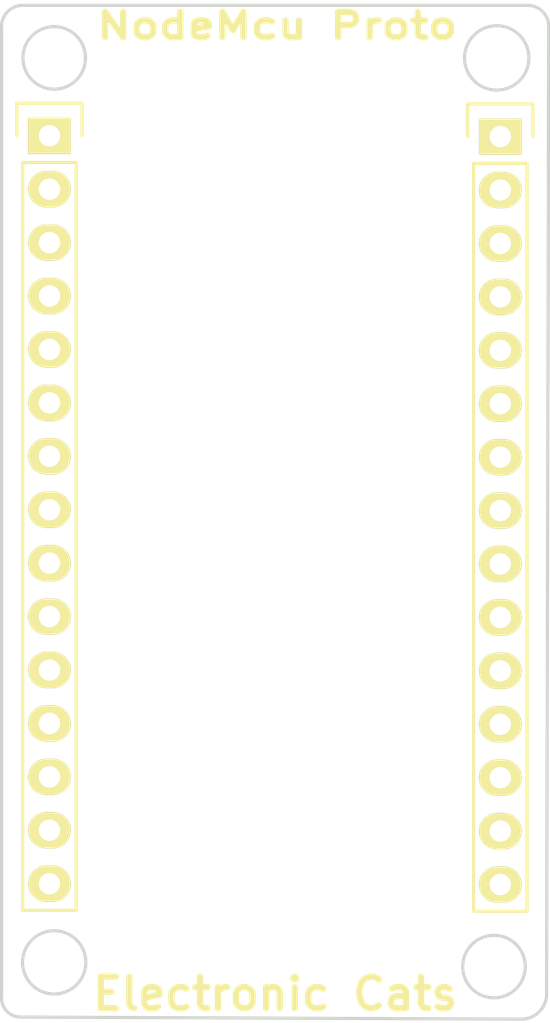
<source format=kicad_pcb>
(kicad_pcb (version 4) (host pcbnew 4.0.0-rc1-stable)

  (general
    (links 0)
    (no_connects 0)
    (area 127.424999 101.71 153.575001 150.375001)
    (thickness 1.6)
    (drawings 14)
    (tracks 0)
    (zones 0)
    (modules 2)
    (nets 31)
  )

  (page A4)
  (title_block
    (title ProtoShield_NodeMcu)
    (date 2016-01-25)
    (rev 0.1)
    (company "Electronic Cats")
    (comment 1 "Andrés Sabas")
  )

  (layers
    (0 F.Cu signal)
    (31 B.Cu signal)
    (32 B.Adhes user)
    (33 F.Adhes user)
    (34 B.Paste user)
    (35 F.Paste user)
    (36 B.SilkS user)
    (37 F.SilkS user)
    (38 B.Mask user)
    (39 F.Mask user)
    (40 Dwgs.User user)
    (41 Cmts.User user)
    (42 Eco1.User user)
    (43 Eco2.User user)
    (44 Edge.Cuts user)
    (45 Margin user)
    (46 B.CrtYd user)
    (47 F.CrtYd user)
    (48 B.Fab user)
    (49 F.Fab user)
  )

  (setup
    (last_trace_width 0.25)
    (trace_clearance 0.2)
    (zone_clearance 0.508)
    (zone_45_only no)
    (trace_min 0.2)
    (segment_width 0.2)
    (edge_width 0.15)
    (via_size 0.6)
    (via_drill 0.4)
    (via_min_size 0.4)
    (via_min_drill 0.3)
    (uvia_size 0.3)
    (uvia_drill 0.1)
    (uvias_allowed no)
    (uvia_min_size 0.2)
    (uvia_min_drill 0.1)
    (pcb_text_width 0.3)
    (pcb_text_size 1.5 1.5)
    (mod_edge_width 0.15)
    (mod_text_size 1 1)
    (mod_text_width 0.15)
    (pad_size 1.524 1.524)
    (pad_drill 0.762)
    (pad_to_mask_clearance 0.2)
    (aux_axis_origin 0 0)
    (visible_elements 7FFFFFFF)
    (pcbplotparams
      (layerselection 0x00030_80000001)
      (usegerberextensions false)
      (excludeedgelayer true)
      (linewidth 0.100000)
      (plotframeref false)
      (viasonmask false)
      (mode 1)
      (useauxorigin false)
      (hpglpennumber 1)
      (hpglpenspeed 20)
      (hpglpendiameter 15)
      (hpglpenoverlay 2)
      (psnegative false)
      (psa4output false)
      (plotreference true)
      (plotvalue true)
      (plotinvisibletext false)
      (padsonsilk false)
      (subtractmaskfromsilk false)
      (outputformat 1)
      (mirror false)
      (drillshape 1)
      (scaleselection 1)
      (outputdirectory ""))
  )

  (net 0 "")
  (net 1 "Net-(P1-Pad1)")
  (net 2 "Net-(P1-Pad2)")
  (net 3 "Net-(P1-Pad3)")
  (net 4 "Net-(P1-Pad4)")
  (net 5 "Net-(P1-Pad5)")
  (net 6 "Net-(P1-Pad6)")
  (net 7 "Net-(P1-Pad7)")
  (net 8 "Net-(P1-Pad8)")
  (net 9 "Net-(P1-Pad9)")
  (net 10 "Net-(P1-Pad10)")
  (net 11 "Net-(P1-Pad11)")
  (net 12 "Net-(P1-Pad12)")
  (net 13 "Net-(P1-Pad13)")
  (net 14 "Net-(P1-Pad14)")
  (net 15 "Net-(P1-Pad15)")
  (net 16 "Net-(P8-Pad1)")
  (net 17 "Net-(P8-Pad2)")
  (net 18 "Net-(P8-Pad3)")
  (net 19 "Net-(P8-Pad4)")
  (net 20 "Net-(P8-Pad5)")
  (net 21 "Net-(P8-Pad6)")
  (net 22 "Net-(P8-Pad7)")
  (net 23 "Net-(P8-Pad8)")
  (net 24 "Net-(P8-Pad9)")
  (net 25 "Net-(P8-Pad10)")
  (net 26 "Net-(P8-Pad11)")
  (net 27 "Net-(P8-Pad12)")
  (net 28 "Net-(P8-Pad13)")
  (net 29 "Net-(P8-Pad14)")
  (net 30 "Net-(P8-Pad15)")

  (net_class Default "This is the default net class."
    (clearance 0.2)
    (trace_width 0.25)
    (via_dia 0.6)
    (via_drill 0.4)
    (uvia_dia 0.3)
    (uvia_drill 0.1)
    (add_net "Net-(P1-Pad1)")
    (add_net "Net-(P1-Pad10)")
    (add_net "Net-(P1-Pad11)")
    (add_net "Net-(P1-Pad12)")
    (add_net "Net-(P1-Pad13)")
    (add_net "Net-(P1-Pad14)")
    (add_net "Net-(P1-Pad15)")
    (add_net "Net-(P1-Pad2)")
    (add_net "Net-(P1-Pad3)")
    (add_net "Net-(P1-Pad4)")
    (add_net "Net-(P1-Pad5)")
    (add_net "Net-(P1-Pad6)")
    (add_net "Net-(P1-Pad7)")
    (add_net "Net-(P1-Pad8)")
    (add_net "Net-(P1-Pad9)")
    (add_net "Net-(P8-Pad1)")
    (add_net "Net-(P8-Pad10)")
    (add_net "Net-(P8-Pad11)")
    (add_net "Net-(P8-Pad12)")
    (add_net "Net-(P8-Pad13)")
    (add_net "Net-(P8-Pad14)")
    (add_net "Net-(P8-Pad15)")
    (add_net "Net-(P8-Pad2)")
    (add_net "Net-(P8-Pad3)")
    (add_net "Net-(P8-Pad4)")
    (add_net "Net-(P8-Pad5)")
    (add_net "Net-(P8-Pad6)")
    (add_net "Net-(P8-Pad7)")
    (add_net "Net-(P8-Pad8)")
    (add_net "Net-(P8-Pad9)")
  )

  (module Pin_Headers:Pin_Header_Straight_1x15 (layer F.Cu) (tedit 56A6B5D6) (tstamp 569C8611)
    (at 129.775 108.3)
    (descr "Through hole pin header")
    (tags "pin header")
    (path /569C32D3)
    (fp_text reference P1 (at 2.725 -1.05) (layer F.Fab)
      (effects (font (size 1 1) (thickness 0.15)))
    )
    (fp_text value CONN_01X15 (at 2.675 4.4 90) (layer F.Fab) hide
      (effects (font (size 1 1) (thickness 0.15)))
    )
    (fp_line (start -1.75 -1.75) (end -1.75 37.35) (layer F.CrtYd) (width 0.05))
    (fp_line (start 1.75 -1.75) (end 1.75 37.35) (layer F.CrtYd) (width 0.05))
    (fp_line (start -1.75 -1.75) (end 1.75 -1.75) (layer F.CrtYd) (width 0.05))
    (fp_line (start -1.75 37.35) (end 1.75 37.35) (layer F.CrtYd) (width 0.05))
    (fp_line (start -1.27 1.27) (end -1.27 36.83) (layer F.SilkS) (width 0.15))
    (fp_line (start -1.27 36.83) (end 1.27 36.83) (layer F.SilkS) (width 0.15))
    (fp_line (start 1.27 36.83) (end 1.27 1.27) (layer F.SilkS) (width 0.15))
    (fp_line (start 1.55 -1.55) (end 1.55 0) (layer F.SilkS) (width 0.15))
    (fp_line (start 1.27 1.27) (end -1.27 1.27) (layer F.SilkS) (width 0.15))
    (fp_line (start -1.55 0) (end -1.55 -1.55) (layer F.SilkS) (width 0.15))
    (fp_line (start -1.55 -1.55) (end 1.55 -1.55) (layer F.SilkS) (width 0.15))
    (pad 1 thru_hole rect (at 0 0) (size 2.032 1.7272) (drill 1.016) (layers *.Cu *.Mask F.SilkS)
      (net 1 "Net-(P1-Pad1)"))
    (pad 2 thru_hole oval (at 0 2.54) (size 2.032 1.7272) (drill 1.016) (layers *.Cu *.Mask F.SilkS)
      (net 2 "Net-(P1-Pad2)"))
    (pad 3 thru_hole oval (at 0 5.08) (size 2.032 1.7272) (drill 1.016) (layers *.Cu *.Mask F.SilkS)
      (net 3 "Net-(P1-Pad3)"))
    (pad 4 thru_hole oval (at 0 7.62) (size 2.032 1.7272) (drill 1.016) (layers *.Cu *.Mask F.SilkS)
      (net 4 "Net-(P1-Pad4)"))
    (pad 5 thru_hole oval (at 0 10.16) (size 2.032 1.7272) (drill 1.016) (layers *.Cu *.Mask F.SilkS)
      (net 5 "Net-(P1-Pad5)"))
    (pad 6 thru_hole oval (at 0 12.7) (size 2.032 1.7272) (drill 1.016) (layers *.Cu *.Mask F.SilkS)
      (net 6 "Net-(P1-Pad6)"))
    (pad 7 thru_hole oval (at 0 15.24) (size 2.032 1.7272) (drill 1.016) (layers *.Cu *.Mask F.SilkS)
      (net 7 "Net-(P1-Pad7)"))
    (pad 8 thru_hole oval (at 0 17.78) (size 2.032 1.7272) (drill 1.016) (layers *.Cu *.Mask F.SilkS)
      (net 8 "Net-(P1-Pad8)"))
    (pad 9 thru_hole oval (at 0 20.32) (size 2.032 1.7272) (drill 1.016) (layers *.Cu *.Mask F.SilkS)
      (net 9 "Net-(P1-Pad9)"))
    (pad 10 thru_hole oval (at 0 22.86) (size 2.032 1.7272) (drill 1.016) (layers *.Cu *.Mask F.SilkS)
      (net 10 "Net-(P1-Pad10)"))
    (pad 11 thru_hole oval (at 0 25.4) (size 2.032 1.7272) (drill 1.016) (layers *.Cu *.Mask F.SilkS)
      (net 11 "Net-(P1-Pad11)"))
    (pad 12 thru_hole oval (at 0 27.94) (size 2.032 1.7272) (drill 1.016) (layers *.Cu *.Mask F.SilkS)
      (net 12 "Net-(P1-Pad12)"))
    (pad 13 thru_hole oval (at 0 30.48) (size 2.032 1.7272) (drill 1.016) (layers *.Cu *.Mask F.SilkS)
      (net 13 "Net-(P1-Pad13)"))
    (pad 14 thru_hole oval (at 0 33.02) (size 2.032 1.7272) (drill 1.016) (layers *.Cu *.Mask F.SilkS)
      (net 14 "Net-(P1-Pad14)"))
    (pad 15 thru_hole oval (at 0 35.56) (size 2.032 1.7272) (drill 1.016) (layers *.Cu *.Mask F.SilkS)
      (net 15 "Net-(P1-Pad15)"))
    (model Pin_Headers.3dshapes/Pin_Header_Straight_1x15.wrl
      (at (xyz 0 -0.7 0))
      (scale (xyz 1 1 1))
      (rotate (xyz 0 0 90))
    )
  )

  (module Pin_Headers:Pin_Header_Straight_1x15 (layer F.Cu) (tedit 56A6B5EB) (tstamp 569C8683)
    (at 151.2 108.34)
    (descr "Through hole pin header")
    (tags "pin header")
    (path /569C3B51)
    (fp_text reference P8 (at -3.3 -0.465) (layer F.Fab)
      (effects (font (size 1 1) (thickness 0.15)))
    )
    (fp_text value CONN_01X15 (at -3.25 5.31 90) (layer F.Fab) hide
      (effects (font (size 1 1) (thickness 0.15)))
    )
    (fp_line (start -1.75 -1.75) (end -1.75 37.35) (layer F.CrtYd) (width 0.05))
    (fp_line (start 1.75 -1.75) (end 1.75 37.35) (layer F.CrtYd) (width 0.05))
    (fp_line (start -1.75 -1.75) (end 1.75 -1.75) (layer F.CrtYd) (width 0.05))
    (fp_line (start -1.75 37.35) (end 1.75 37.35) (layer F.CrtYd) (width 0.05))
    (fp_line (start -1.27 1.27) (end -1.27 36.83) (layer F.SilkS) (width 0.15))
    (fp_line (start -1.27 36.83) (end 1.27 36.83) (layer F.SilkS) (width 0.15))
    (fp_line (start 1.27 36.83) (end 1.27 1.27) (layer F.SilkS) (width 0.15))
    (fp_line (start 1.55 -1.55) (end 1.55 0) (layer F.SilkS) (width 0.15))
    (fp_line (start 1.27 1.27) (end -1.27 1.27) (layer F.SilkS) (width 0.15))
    (fp_line (start -1.55 0) (end -1.55 -1.55) (layer F.SilkS) (width 0.15))
    (fp_line (start -1.55 -1.55) (end 1.55 -1.55) (layer F.SilkS) (width 0.15))
    (pad 1 thru_hole rect (at 0 0) (size 2.032 1.7272) (drill 1.016) (layers *.Cu *.Mask F.SilkS)
      (net 16 "Net-(P8-Pad1)"))
    (pad 2 thru_hole oval (at 0 2.54) (size 2.032 1.7272) (drill 1.016) (layers *.Cu *.Mask F.SilkS)
      (net 17 "Net-(P8-Pad2)"))
    (pad 3 thru_hole oval (at 0 5.08) (size 2.032 1.7272) (drill 1.016) (layers *.Cu *.Mask F.SilkS)
      (net 18 "Net-(P8-Pad3)"))
    (pad 4 thru_hole oval (at 0 7.62) (size 2.032 1.7272) (drill 1.016) (layers *.Cu *.Mask F.SilkS)
      (net 19 "Net-(P8-Pad4)"))
    (pad 5 thru_hole oval (at 0 10.16) (size 2.032 1.7272) (drill 1.016) (layers *.Cu *.Mask F.SilkS)
      (net 20 "Net-(P8-Pad5)"))
    (pad 6 thru_hole oval (at 0 12.7) (size 2.032 1.7272) (drill 1.016) (layers *.Cu *.Mask F.SilkS)
      (net 21 "Net-(P8-Pad6)"))
    (pad 7 thru_hole oval (at 0 15.24) (size 2.032 1.7272) (drill 1.016) (layers *.Cu *.Mask F.SilkS)
      (net 22 "Net-(P8-Pad7)"))
    (pad 8 thru_hole oval (at 0 17.78) (size 2.032 1.7272) (drill 1.016) (layers *.Cu *.Mask F.SilkS)
      (net 23 "Net-(P8-Pad8)"))
    (pad 9 thru_hole oval (at 0 20.32) (size 2.032 1.7272) (drill 1.016) (layers *.Cu *.Mask F.SilkS)
      (net 24 "Net-(P8-Pad9)"))
    (pad 10 thru_hole oval (at 0 22.86) (size 2.032 1.7272) (drill 1.016) (layers *.Cu *.Mask F.SilkS)
      (net 25 "Net-(P8-Pad10)"))
    (pad 11 thru_hole oval (at 0 25.4) (size 2.032 1.7272) (drill 1.016) (layers *.Cu *.Mask F.SilkS)
      (net 26 "Net-(P8-Pad11)"))
    (pad 12 thru_hole oval (at 0 27.94) (size 2.032 1.7272) (drill 1.016) (layers *.Cu *.Mask F.SilkS)
      (net 27 "Net-(P8-Pad12)"))
    (pad 13 thru_hole oval (at 0 30.48) (size 2.032 1.7272) (drill 1.016) (layers *.Cu *.Mask F.SilkS)
      (net 28 "Net-(P8-Pad13)"))
    (pad 14 thru_hole oval (at 0 33.02) (size 2.032 1.7272) (drill 1.016) (layers *.Cu *.Mask F.SilkS)
      (net 29 "Net-(P8-Pad14)"))
    (pad 15 thru_hole oval (at 0 35.56) (size 2.032 1.7272) (drill 1.016) (layers *.Cu *.Mask F.SilkS)
      (net 30 "Net-(P8-Pad15)"))
    (model Pin_Headers.3dshapes/Pin_Header_Straight_1x15.wrl
      (at (xyz 0 -0.7 0))
      (scale (xyz 1 1 1))
      (rotate (xyz 0 0 90))
    )
  )

  (gr_text "Electronic Cats" (at 140.5 149.1) (layer F.SilkS)
    (effects (font (size 1.5 1.5) (thickness 0.3)))
  )
  (gr_text "NodeMcu Proto" (at 140.6 103.075) (layer F.SilkS)
    (effects (font (size 1.2 1.5) (thickness 0.3)))
  )
  (gr_circle (center 130 104.6) (end 131.4 105.1) (layer Edge.Cuts) (width 0.15))
  (gr_circle (center 150.9 147.8) (end 152.3 148.3) (layer Edge.Cuts) (width 0.15))
  (gr_circle (center 151.029705 104.6) (end 152.529705 104.9) (layer Edge.Cuts) (width 0.15))
  (gr_circle (center 130 147.6) (end 131.5 147.7) (layer Edge.Cuts) (width 0.15))
  (gr_arc (start 128.4 149.3) (end 128.4 150.2) (angle 90) (layer Edge.Cuts) (width 0.15))
  (gr_arc (start 128.5 103.1) (end 127.5 103.1) (angle 90) (layer Edge.Cuts) (width 0.15))
  (gr_arc (start 152.5 103.1) (end 152.5 102.1) (angle 90) (layer Edge.Cuts) (width 0.15))
  (gr_arc (start 152.2 149.1) (end 153.4 149.1) (angle 85.2363821) (layer Edge.Cuts) (width 0.15))
  (gr_line (start 127.5 103.1) (end 127.5 149.3) (layer Edge.Cuts) (width 0.15))
  (gr_line (start 152.5 102.1) (end 128.5 102.1) (layer Edge.Cuts) (width 0.15))
  (gr_line (start 153.4 149.1) (end 153.5 103.1) (layer Edge.Cuts) (width 0.15))
  (gr_line (start 128.4 150.2) (end 152.3 150.3) (layer Edge.Cuts) (width 0.15))

)

</source>
